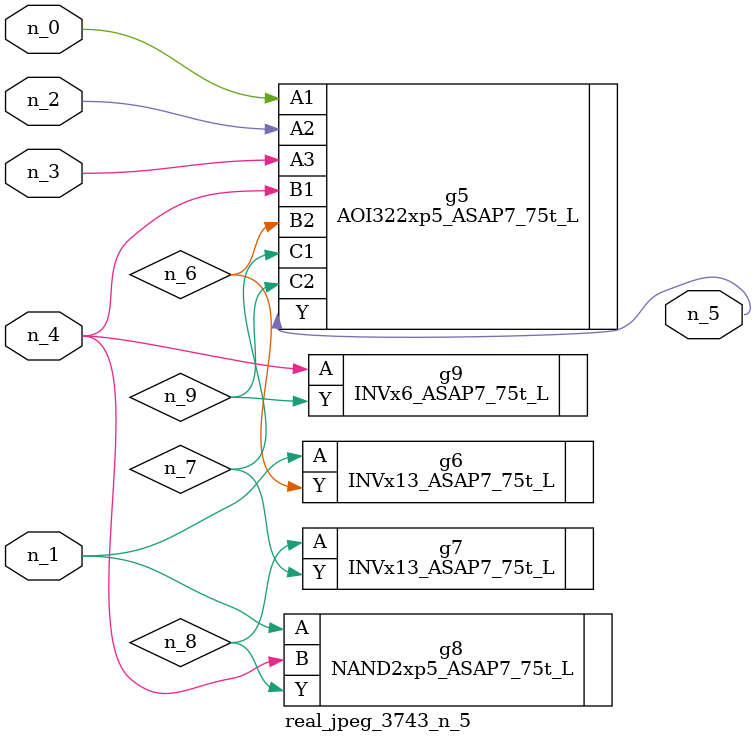
<source format=v>
module real_jpeg_3743_n_5 (n_4, n_0, n_1, n_2, n_3, n_5);

input n_4;
input n_0;
input n_1;
input n_2;
input n_3;

output n_5;

wire n_8;
wire n_6;
wire n_7;
wire n_9;

AOI322xp5_ASAP7_75t_L g5 ( 
.A1(n_0),
.A2(n_2),
.A3(n_3),
.B1(n_4),
.B2(n_6),
.C1(n_7),
.C2(n_9),
.Y(n_5)
);

INVx13_ASAP7_75t_L g6 ( 
.A(n_1),
.Y(n_6)
);

NAND2xp5_ASAP7_75t_L g8 ( 
.A(n_1),
.B(n_4),
.Y(n_8)
);

INVx6_ASAP7_75t_L g9 ( 
.A(n_4),
.Y(n_9)
);

INVx13_ASAP7_75t_L g7 ( 
.A(n_8),
.Y(n_7)
);


endmodule
</source>
